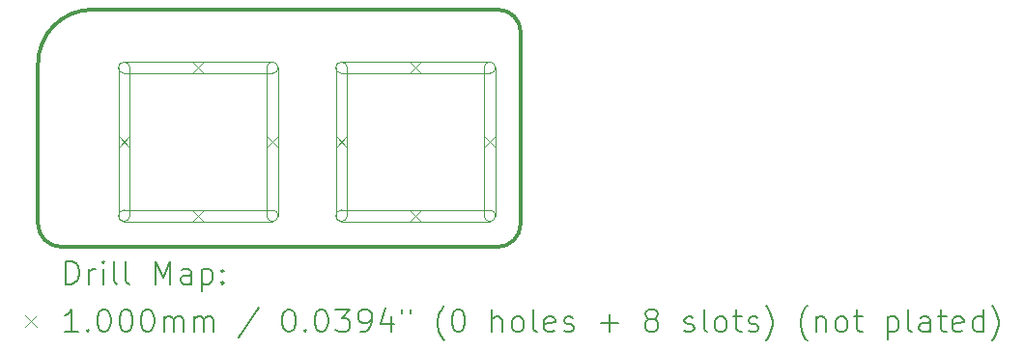
<source format=gbr>
%TF.GenerationSoftware,KiCad,Pcbnew,8.0.5*%
%TF.CreationDate,2024-09-18T07:39:20+09:00*%
%TF.ProjectId,SandyLP_Plate_Middle_Isolated_area,53616e64-794c-4505-9f50-6c6174655f4d,v.0*%
%TF.SameCoordinates,Original*%
%TF.FileFunction,Drillmap*%
%TF.FilePolarity,Positive*%
%FSLAX45Y45*%
G04 Gerber Fmt 4.5, Leading zero omitted, Abs format (unit mm)*
G04 Created by KiCad (PCBNEW 8.0.5) date 2024-09-18 07:39:20*
%MOMM*%
%LPD*%
G01*
G04 APERTURE LIST*
%ADD10C,0.300000*%
%ADD11C,0.200000*%
%ADD12C,0.100000*%
G04 APERTURE END LIST*
D10*
X2607094Y-5683607D02*
X2607094Y-4278149D01*
X2807093Y-5883607D02*
X6635843Y-5885028D01*
X3083343Y-3801899D02*
X6636843Y-3801899D01*
X6835843Y-5685028D02*
X6836843Y-4001899D01*
X2607094Y-4278149D02*
G75*
G02*
X3083343Y-3801899I476250J0D01*
G01*
X2807093Y-5883607D02*
G75*
G02*
X2607094Y-5683607I0J200000D01*
G01*
X6636843Y-3801899D02*
G75*
G02*
X6836843Y-4001899I4J-199996D01*
G01*
X6835843Y-5685028D02*
G75*
G02*
X6635843Y-5885028I-200000J0D01*
G01*
D11*
D12*
X3310843Y-4912528D02*
X3410843Y-5012528D01*
X3410843Y-4912528D02*
X3310843Y-5012528D01*
X3410843Y-5612528D02*
X3410843Y-4312528D01*
X3310843Y-4312528D02*
G75*
G02*
X3410843Y-4312528I50000J0D01*
G01*
X3310843Y-4312528D02*
X3310843Y-5612528D01*
X3310843Y-5612528D02*
G75*
G03*
X3410843Y-5612528I50000J0D01*
G01*
X3960843Y-4262528D02*
X4060843Y-4362528D01*
X4060843Y-4262528D02*
X3960843Y-4362528D01*
X3360843Y-4362528D02*
X4660844Y-4362528D01*
X4660844Y-4262528D02*
G75*
G02*
X4660844Y-4362528I0J-50000D01*
G01*
X4660844Y-4262528D02*
X3360843Y-4262528D01*
X3360843Y-4262528D02*
G75*
G03*
X3360843Y-4362528I0J-50000D01*
G01*
X3960843Y-5562528D02*
X4060843Y-5662528D01*
X4060843Y-5562528D02*
X3960843Y-5662528D01*
X3360843Y-5662528D02*
X4660844Y-5662528D01*
X4660844Y-5562528D02*
G75*
G02*
X4660844Y-5662528I0J-50000D01*
G01*
X4660844Y-5562528D02*
X3360843Y-5562528D01*
X3360843Y-5562528D02*
G75*
G03*
X3360843Y-5662528I0J-50000D01*
G01*
X4610844Y-4912528D02*
X4710844Y-5012528D01*
X4710844Y-4912528D02*
X4610844Y-5012528D01*
X4710844Y-5612528D02*
X4710844Y-4312528D01*
X4610844Y-4312528D02*
G75*
G02*
X4710844Y-4312528I50000J0D01*
G01*
X4610844Y-4312528D02*
X4610844Y-5612528D01*
X4610844Y-5612528D02*
G75*
G03*
X4710844Y-5612528I50000J0D01*
G01*
X5215844Y-4912528D02*
X5315844Y-5012528D01*
X5315844Y-4912528D02*
X5215844Y-5012528D01*
X5315844Y-5612528D02*
X5315844Y-4312528D01*
X5215844Y-4312528D02*
G75*
G02*
X5315844Y-4312528I50000J0D01*
G01*
X5215844Y-4312528D02*
X5215844Y-5612528D01*
X5215844Y-5612528D02*
G75*
G03*
X5315844Y-5612528I50000J0D01*
G01*
X5865843Y-4262528D02*
X5965843Y-4362528D01*
X5965843Y-4262528D02*
X5865843Y-4362528D01*
X5265844Y-4362528D02*
X6565843Y-4362528D01*
X6565843Y-4262528D02*
G75*
G02*
X6565843Y-4362528I0J-50000D01*
G01*
X6565843Y-4262528D02*
X5265844Y-4262528D01*
X5265844Y-4262528D02*
G75*
G03*
X5265844Y-4362528I0J-50000D01*
G01*
X5865843Y-5562528D02*
X5965843Y-5662528D01*
X5965843Y-5562528D02*
X5865843Y-5662528D01*
X5265844Y-5662528D02*
X6565843Y-5662528D01*
X6565843Y-5562528D02*
G75*
G02*
X6565843Y-5662528I0J-50000D01*
G01*
X6565843Y-5562528D02*
X5265844Y-5562528D01*
X5265844Y-5562528D02*
G75*
G03*
X5265844Y-5662528I0J-50000D01*
G01*
X6515843Y-4912528D02*
X6615843Y-5012528D01*
X6615843Y-4912528D02*
X6515843Y-5012528D01*
X6615843Y-5612528D02*
X6615843Y-4312528D01*
X6515843Y-4312528D02*
G75*
G02*
X6615843Y-4312528I50000J0D01*
G01*
X6515843Y-4312528D02*
X6515843Y-5612528D01*
X6515843Y-5612528D02*
G75*
G03*
X6615843Y-5612528I50000J0D01*
G01*
D11*
X2852870Y-6211512D02*
X2852870Y-6011512D01*
X2852870Y-6011512D02*
X2900489Y-6011512D01*
X2900489Y-6011512D02*
X2929061Y-6021036D01*
X2929061Y-6021036D02*
X2948108Y-6040083D01*
X2948108Y-6040083D02*
X2957632Y-6059131D01*
X2957632Y-6059131D02*
X2967156Y-6097226D01*
X2967156Y-6097226D02*
X2967156Y-6125797D01*
X2967156Y-6125797D02*
X2957632Y-6163893D01*
X2957632Y-6163893D02*
X2948108Y-6182940D01*
X2948108Y-6182940D02*
X2929061Y-6201988D01*
X2929061Y-6201988D02*
X2900489Y-6211512D01*
X2900489Y-6211512D02*
X2852870Y-6211512D01*
X3052870Y-6211512D02*
X3052870Y-6078178D01*
X3052870Y-6116274D02*
X3062394Y-6097226D01*
X3062394Y-6097226D02*
X3071918Y-6087702D01*
X3071918Y-6087702D02*
X3090965Y-6078178D01*
X3090965Y-6078178D02*
X3110013Y-6078178D01*
X3176680Y-6211512D02*
X3176680Y-6078178D01*
X3176680Y-6011512D02*
X3167156Y-6021036D01*
X3167156Y-6021036D02*
X3176680Y-6030559D01*
X3176680Y-6030559D02*
X3186204Y-6021036D01*
X3186204Y-6021036D02*
X3176680Y-6011512D01*
X3176680Y-6011512D02*
X3176680Y-6030559D01*
X3300489Y-6211512D02*
X3281442Y-6201988D01*
X3281442Y-6201988D02*
X3271918Y-6182940D01*
X3271918Y-6182940D02*
X3271918Y-6011512D01*
X3405251Y-6211512D02*
X3386204Y-6201988D01*
X3386204Y-6201988D02*
X3376680Y-6182940D01*
X3376680Y-6182940D02*
X3376680Y-6011512D01*
X3633823Y-6211512D02*
X3633823Y-6011512D01*
X3633823Y-6011512D02*
X3700489Y-6154369D01*
X3700489Y-6154369D02*
X3767156Y-6011512D01*
X3767156Y-6011512D02*
X3767156Y-6211512D01*
X3948108Y-6211512D02*
X3948108Y-6106750D01*
X3948108Y-6106750D02*
X3938585Y-6087702D01*
X3938585Y-6087702D02*
X3919537Y-6078178D01*
X3919537Y-6078178D02*
X3881442Y-6078178D01*
X3881442Y-6078178D02*
X3862394Y-6087702D01*
X3948108Y-6201988D02*
X3929061Y-6211512D01*
X3929061Y-6211512D02*
X3881442Y-6211512D01*
X3881442Y-6211512D02*
X3862394Y-6201988D01*
X3862394Y-6201988D02*
X3852870Y-6182940D01*
X3852870Y-6182940D02*
X3852870Y-6163893D01*
X3852870Y-6163893D02*
X3862394Y-6144845D01*
X3862394Y-6144845D02*
X3881442Y-6135321D01*
X3881442Y-6135321D02*
X3929061Y-6135321D01*
X3929061Y-6135321D02*
X3948108Y-6125797D01*
X4043346Y-6078178D02*
X4043346Y-6278178D01*
X4043346Y-6087702D02*
X4062394Y-6078178D01*
X4062394Y-6078178D02*
X4100489Y-6078178D01*
X4100489Y-6078178D02*
X4119537Y-6087702D01*
X4119537Y-6087702D02*
X4129061Y-6097226D01*
X4129061Y-6097226D02*
X4138585Y-6116274D01*
X4138585Y-6116274D02*
X4138585Y-6173416D01*
X4138585Y-6173416D02*
X4129061Y-6192464D01*
X4129061Y-6192464D02*
X4119537Y-6201988D01*
X4119537Y-6201988D02*
X4100489Y-6211512D01*
X4100489Y-6211512D02*
X4062394Y-6211512D01*
X4062394Y-6211512D02*
X4043346Y-6201988D01*
X4224299Y-6192464D02*
X4233823Y-6201988D01*
X4233823Y-6201988D02*
X4224299Y-6211512D01*
X4224299Y-6211512D02*
X4214775Y-6201988D01*
X4214775Y-6201988D02*
X4224299Y-6192464D01*
X4224299Y-6192464D02*
X4224299Y-6211512D01*
X4224299Y-6087702D02*
X4233823Y-6097226D01*
X4233823Y-6097226D02*
X4224299Y-6106750D01*
X4224299Y-6106750D02*
X4214775Y-6097226D01*
X4214775Y-6097226D02*
X4224299Y-6087702D01*
X4224299Y-6087702D02*
X4224299Y-6106750D01*
D12*
X2492094Y-6490028D02*
X2592094Y-6590028D01*
X2592094Y-6490028D02*
X2492094Y-6590028D01*
D11*
X2957632Y-6631512D02*
X2843346Y-6631512D01*
X2900489Y-6631512D02*
X2900489Y-6431512D01*
X2900489Y-6431512D02*
X2881442Y-6460083D01*
X2881442Y-6460083D02*
X2862394Y-6479131D01*
X2862394Y-6479131D02*
X2843346Y-6488655D01*
X3043346Y-6612464D02*
X3052870Y-6621988D01*
X3052870Y-6621988D02*
X3043346Y-6631512D01*
X3043346Y-6631512D02*
X3033823Y-6621988D01*
X3033823Y-6621988D02*
X3043346Y-6612464D01*
X3043346Y-6612464D02*
X3043346Y-6631512D01*
X3176680Y-6431512D02*
X3195727Y-6431512D01*
X3195727Y-6431512D02*
X3214775Y-6441036D01*
X3214775Y-6441036D02*
X3224299Y-6450559D01*
X3224299Y-6450559D02*
X3233823Y-6469607D01*
X3233823Y-6469607D02*
X3243346Y-6507702D01*
X3243346Y-6507702D02*
X3243346Y-6555321D01*
X3243346Y-6555321D02*
X3233823Y-6593416D01*
X3233823Y-6593416D02*
X3224299Y-6612464D01*
X3224299Y-6612464D02*
X3214775Y-6621988D01*
X3214775Y-6621988D02*
X3195727Y-6631512D01*
X3195727Y-6631512D02*
X3176680Y-6631512D01*
X3176680Y-6631512D02*
X3157632Y-6621988D01*
X3157632Y-6621988D02*
X3148108Y-6612464D01*
X3148108Y-6612464D02*
X3138585Y-6593416D01*
X3138585Y-6593416D02*
X3129061Y-6555321D01*
X3129061Y-6555321D02*
X3129061Y-6507702D01*
X3129061Y-6507702D02*
X3138585Y-6469607D01*
X3138585Y-6469607D02*
X3148108Y-6450559D01*
X3148108Y-6450559D02*
X3157632Y-6441036D01*
X3157632Y-6441036D02*
X3176680Y-6431512D01*
X3367156Y-6431512D02*
X3386204Y-6431512D01*
X3386204Y-6431512D02*
X3405251Y-6441036D01*
X3405251Y-6441036D02*
X3414775Y-6450559D01*
X3414775Y-6450559D02*
X3424299Y-6469607D01*
X3424299Y-6469607D02*
X3433823Y-6507702D01*
X3433823Y-6507702D02*
X3433823Y-6555321D01*
X3433823Y-6555321D02*
X3424299Y-6593416D01*
X3424299Y-6593416D02*
X3414775Y-6612464D01*
X3414775Y-6612464D02*
X3405251Y-6621988D01*
X3405251Y-6621988D02*
X3386204Y-6631512D01*
X3386204Y-6631512D02*
X3367156Y-6631512D01*
X3367156Y-6631512D02*
X3348108Y-6621988D01*
X3348108Y-6621988D02*
X3338585Y-6612464D01*
X3338585Y-6612464D02*
X3329061Y-6593416D01*
X3329061Y-6593416D02*
X3319537Y-6555321D01*
X3319537Y-6555321D02*
X3319537Y-6507702D01*
X3319537Y-6507702D02*
X3329061Y-6469607D01*
X3329061Y-6469607D02*
X3338585Y-6450559D01*
X3338585Y-6450559D02*
X3348108Y-6441036D01*
X3348108Y-6441036D02*
X3367156Y-6431512D01*
X3557632Y-6431512D02*
X3576680Y-6431512D01*
X3576680Y-6431512D02*
X3595727Y-6441036D01*
X3595727Y-6441036D02*
X3605251Y-6450559D01*
X3605251Y-6450559D02*
X3614775Y-6469607D01*
X3614775Y-6469607D02*
X3624299Y-6507702D01*
X3624299Y-6507702D02*
X3624299Y-6555321D01*
X3624299Y-6555321D02*
X3614775Y-6593416D01*
X3614775Y-6593416D02*
X3605251Y-6612464D01*
X3605251Y-6612464D02*
X3595727Y-6621988D01*
X3595727Y-6621988D02*
X3576680Y-6631512D01*
X3576680Y-6631512D02*
X3557632Y-6631512D01*
X3557632Y-6631512D02*
X3538585Y-6621988D01*
X3538585Y-6621988D02*
X3529061Y-6612464D01*
X3529061Y-6612464D02*
X3519537Y-6593416D01*
X3519537Y-6593416D02*
X3510013Y-6555321D01*
X3510013Y-6555321D02*
X3510013Y-6507702D01*
X3510013Y-6507702D02*
X3519537Y-6469607D01*
X3519537Y-6469607D02*
X3529061Y-6450559D01*
X3529061Y-6450559D02*
X3538585Y-6441036D01*
X3538585Y-6441036D02*
X3557632Y-6431512D01*
X3710013Y-6631512D02*
X3710013Y-6498178D01*
X3710013Y-6517226D02*
X3719537Y-6507702D01*
X3719537Y-6507702D02*
X3738585Y-6498178D01*
X3738585Y-6498178D02*
X3767156Y-6498178D01*
X3767156Y-6498178D02*
X3786204Y-6507702D01*
X3786204Y-6507702D02*
X3795727Y-6526750D01*
X3795727Y-6526750D02*
X3795727Y-6631512D01*
X3795727Y-6526750D02*
X3805251Y-6507702D01*
X3805251Y-6507702D02*
X3824299Y-6498178D01*
X3824299Y-6498178D02*
X3852870Y-6498178D01*
X3852870Y-6498178D02*
X3871918Y-6507702D01*
X3871918Y-6507702D02*
X3881442Y-6526750D01*
X3881442Y-6526750D02*
X3881442Y-6631512D01*
X3976680Y-6631512D02*
X3976680Y-6498178D01*
X3976680Y-6517226D02*
X3986204Y-6507702D01*
X3986204Y-6507702D02*
X4005251Y-6498178D01*
X4005251Y-6498178D02*
X4033823Y-6498178D01*
X4033823Y-6498178D02*
X4052870Y-6507702D01*
X4052870Y-6507702D02*
X4062394Y-6526750D01*
X4062394Y-6526750D02*
X4062394Y-6631512D01*
X4062394Y-6526750D02*
X4071918Y-6507702D01*
X4071918Y-6507702D02*
X4090966Y-6498178D01*
X4090966Y-6498178D02*
X4119537Y-6498178D01*
X4119537Y-6498178D02*
X4138585Y-6507702D01*
X4138585Y-6507702D02*
X4148108Y-6526750D01*
X4148108Y-6526750D02*
X4148108Y-6631512D01*
X4538585Y-6421988D02*
X4367156Y-6679131D01*
X4795728Y-6431512D02*
X4814775Y-6431512D01*
X4814775Y-6431512D02*
X4833823Y-6441036D01*
X4833823Y-6441036D02*
X4843347Y-6450559D01*
X4843347Y-6450559D02*
X4852871Y-6469607D01*
X4852871Y-6469607D02*
X4862394Y-6507702D01*
X4862394Y-6507702D02*
X4862394Y-6555321D01*
X4862394Y-6555321D02*
X4852871Y-6593416D01*
X4852871Y-6593416D02*
X4843347Y-6612464D01*
X4843347Y-6612464D02*
X4833823Y-6621988D01*
X4833823Y-6621988D02*
X4814775Y-6631512D01*
X4814775Y-6631512D02*
X4795728Y-6631512D01*
X4795728Y-6631512D02*
X4776680Y-6621988D01*
X4776680Y-6621988D02*
X4767156Y-6612464D01*
X4767156Y-6612464D02*
X4757632Y-6593416D01*
X4757632Y-6593416D02*
X4748109Y-6555321D01*
X4748109Y-6555321D02*
X4748109Y-6507702D01*
X4748109Y-6507702D02*
X4757632Y-6469607D01*
X4757632Y-6469607D02*
X4767156Y-6450559D01*
X4767156Y-6450559D02*
X4776680Y-6441036D01*
X4776680Y-6441036D02*
X4795728Y-6431512D01*
X4948109Y-6612464D02*
X4957632Y-6621988D01*
X4957632Y-6621988D02*
X4948109Y-6631512D01*
X4948109Y-6631512D02*
X4938585Y-6621988D01*
X4938585Y-6621988D02*
X4948109Y-6612464D01*
X4948109Y-6612464D02*
X4948109Y-6631512D01*
X5081442Y-6431512D02*
X5100490Y-6431512D01*
X5100490Y-6431512D02*
X5119537Y-6441036D01*
X5119537Y-6441036D02*
X5129061Y-6450559D01*
X5129061Y-6450559D02*
X5138585Y-6469607D01*
X5138585Y-6469607D02*
X5148109Y-6507702D01*
X5148109Y-6507702D02*
X5148109Y-6555321D01*
X5148109Y-6555321D02*
X5138585Y-6593416D01*
X5138585Y-6593416D02*
X5129061Y-6612464D01*
X5129061Y-6612464D02*
X5119537Y-6621988D01*
X5119537Y-6621988D02*
X5100490Y-6631512D01*
X5100490Y-6631512D02*
X5081442Y-6631512D01*
X5081442Y-6631512D02*
X5062394Y-6621988D01*
X5062394Y-6621988D02*
X5052871Y-6612464D01*
X5052871Y-6612464D02*
X5043347Y-6593416D01*
X5043347Y-6593416D02*
X5033823Y-6555321D01*
X5033823Y-6555321D02*
X5033823Y-6507702D01*
X5033823Y-6507702D02*
X5043347Y-6469607D01*
X5043347Y-6469607D02*
X5052871Y-6450559D01*
X5052871Y-6450559D02*
X5062394Y-6441036D01*
X5062394Y-6441036D02*
X5081442Y-6431512D01*
X5214775Y-6431512D02*
X5338585Y-6431512D01*
X5338585Y-6431512D02*
X5271918Y-6507702D01*
X5271918Y-6507702D02*
X5300490Y-6507702D01*
X5300490Y-6507702D02*
X5319537Y-6517226D01*
X5319537Y-6517226D02*
X5329061Y-6526750D01*
X5329061Y-6526750D02*
X5338585Y-6545797D01*
X5338585Y-6545797D02*
X5338585Y-6593416D01*
X5338585Y-6593416D02*
X5329061Y-6612464D01*
X5329061Y-6612464D02*
X5319537Y-6621988D01*
X5319537Y-6621988D02*
X5300490Y-6631512D01*
X5300490Y-6631512D02*
X5243347Y-6631512D01*
X5243347Y-6631512D02*
X5224299Y-6621988D01*
X5224299Y-6621988D02*
X5214775Y-6612464D01*
X5433823Y-6631512D02*
X5471918Y-6631512D01*
X5471918Y-6631512D02*
X5490966Y-6621988D01*
X5490966Y-6621988D02*
X5500490Y-6612464D01*
X5500490Y-6612464D02*
X5519537Y-6583893D01*
X5519537Y-6583893D02*
X5529061Y-6545797D01*
X5529061Y-6545797D02*
X5529061Y-6469607D01*
X5529061Y-6469607D02*
X5519537Y-6450559D01*
X5519537Y-6450559D02*
X5510013Y-6441036D01*
X5510013Y-6441036D02*
X5490966Y-6431512D01*
X5490966Y-6431512D02*
X5452871Y-6431512D01*
X5452871Y-6431512D02*
X5433823Y-6441036D01*
X5433823Y-6441036D02*
X5424299Y-6450559D01*
X5424299Y-6450559D02*
X5414775Y-6469607D01*
X5414775Y-6469607D02*
X5414775Y-6517226D01*
X5414775Y-6517226D02*
X5424299Y-6536274D01*
X5424299Y-6536274D02*
X5433823Y-6545797D01*
X5433823Y-6545797D02*
X5452871Y-6555321D01*
X5452871Y-6555321D02*
X5490966Y-6555321D01*
X5490966Y-6555321D02*
X5510013Y-6545797D01*
X5510013Y-6545797D02*
X5519537Y-6536274D01*
X5519537Y-6536274D02*
X5529061Y-6517226D01*
X5700490Y-6498178D02*
X5700490Y-6631512D01*
X5652870Y-6421988D02*
X5605251Y-6564845D01*
X5605251Y-6564845D02*
X5729061Y-6564845D01*
X5795728Y-6431512D02*
X5795728Y-6469607D01*
X5871918Y-6431512D02*
X5871918Y-6469607D01*
X6167156Y-6707702D02*
X6157632Y-6698178D01*
X6157632Y-6698178D02*
X6138585Y-6669607D01*
X6138585Y-6669607D02*
X6129061Y-6650559D01*
X6129061Y-6650559D02*
X6119537Y-6621988D01*
X6119537Y-6621988D02*
X6110013Y-6574369D01*
X6110013Y-6574369D02*
X6110013Y-6536274D01*
X6110013Y-6536274D02*
X6119537Y-6488655D01*
X6119537Y-6488655D02*
X6129061Y-6460083D01*
X6129061Y-6460083D02*
X6138585Y-6441036D01*
X6138585Y-6441036D02*
X6157632Y-6412464D01*
X6157632Y-6412464D02*
X6167156Y-6402940D01*
X6281442Y-6431512D02*
X6300490Y-6431512D01*
X6300490Y-6431512D02*
X6319537Y-6441036D01*
X6319537Y-6441036D02*
X6329061Y-6450559D01*
X6329061Y-6450559D02*
X6338585Y-6469607D01*
X6338585Y-6469607D02*
X6348109Y-6507702D01*
X6348109Y-6507702D02*
X6348109Y-6555321D01*
X6348109Y-6555321D02*
X6338585Y-6593416D01*
X6338585Y-6593416D02*
X6329061Y-6612464D01*
X6329061Y-6612464D02*
X6319537Y-6621988D01*
X6319537Y-6621988D02*
X6300490Y-6631512D01*
X6300490Y-6631512D02*
X6281442Y-6631512D01*
X6281442Y-6631512D02*
X6262394Y-6621988D01*
X6262394Y-6621988D02*
X6252871Y-6612464D01*
X6252871Y-6612464D02*
X6243347Y-6593416D01*
X6243347Y-6593416D02*
X6233823Y-6555321D01*
X6233823Y-6555321D02*
X6233823Y-6507702D01*
X6233823Y-6507702D02*
X6243347Y-6469607D01*
X6243347Y-6469607D02*
X6252871Y-6450559D01*
X6252871Y-6450559D02*
X6262394Y-6441036D01*
X6262394Y-6441036D02*
X6281442Y-6431512D01*
X6586204Y-6631512D02*
X6586204Y-6431512D01*
X6671918Y-6631512D02*
X6671918Y-6526750D01*
X6671918Y-6526750D02*
X6662394Y-6507702D01*
X6662394Y-6507702D02*
X6643347Y-6498178D01*
X6643347Y-6498178D02*
X6614775Y-6498178D01*
X6614775Y-6498178D02*
X6595728Y-6507702D01*
X6595728Y-6507702D02*
X6586204Y-6517226D01*
X6795728Y-6631512D02*
X6776680Y-6621988D01*
X6776680Y-6621988D02*
X6767156Y-6612464D01*
X6767156Y-6612464D02*
X6757633Y-6593416D01*
X6757633Y-6593416D02*
X6757633Y-6536274D01*
X6757633Y-6536274D02*
X6767156Y-6517226D01*
X6767156Y-6517226D02*
X6776680Y-6507702D01*
X6776680Y-6507702D02*
X6795728Y-6498178D01*
X6795728Y-6498178D02*
X6824299Y-6498178D01*
X6824299Y-6498178D02*
X6843347Y-6507702D01*
X6843347Y-6507702D02*
X6852871Y-6517226D01*
X6852871Y-6517226D02*
X6862394Y-6536274D01*
X6862394Y-6536274D02*
X6862394Y-6593416D01*
X6862394Y-6593416D02*
X6852871Y-6612464D01*
X6852871Y-6612464D02*
X6843347Y-6621988D01*
X6843347Y-6621988D02*
X6824299Y-6631512D01*
X6824299Y-6631512D02*
X6795728Y-6631512D01*
X6976680Y-6631512D02*
X6957633Y-6621988D01*
X6957633Y-6621988D02*
X6948109Y-6602940D01*
X6948109Y-6602940D02*
X6948109Y-6431512D01*
X7129061Y-6621988D02*
X7110014Y-6631512D01*
X7110014Y-6631512D02*
X7071918Y-6631512D01*
X7071918Y-6631512D02*
X7052871Y-6621988D01*
X7052871Y-6621988D02*
X7043347Y-6602940D01*
X7043347Y-6602940D02*
X7043347Y-6526750D01*
X7043347Y-6526750D02*
X7052871Y-6507702D01*
X7052871Y-6507702D02*
X7071918Y-6498178D01*
X7071918Y-6498178D02*
X7110014Y-6498178D01*
X7110014Y-6498178D02*
X7129061Y-6507702D01*
X7129061Y-6507702D02*
X7138585Y-6526750D01*
X7138585Y-6526750D02*
X7138585Y-6545797D01*
X7138585Y-6545797D02*
X7043347Y-6564845D01*
X7214775Y-6621988D02*
X7233823Y-6631512D01*
X7233823Y-6631512D02*
X7271918Y-6631512D01*
X7271918Y-6631512D02*
X7290966Y-6621988D01*
X7290966Y-6621988D02*
X7300490Y-6602940D01*
X7300490Y-6602940D02*
X7300490Y-6593416D01*
X7300490Y-6593416D02*
X7290966Y-6574369D01*
X7290966Y-6574369D02*
X7271918Y-6564845D01*
X7271918Y-6564845D02*
X7243347Y-6564845D01*
X7243347Y-6564845D02*
X7224299Y-6555321D01*
X7224299Y-6555321D02*
X7214775Y-6536274D01*
X7214775Y-6536274D02*
X7214775Y-6526750D01*
X7214775Y-6526750D02*
X7224299Y-6507702D01*
X7224299Y-6507702D02*
X7243347Y-6498178D01*
X7243347Y-6498178D02*
X7271918Y-6498178D01*
X7271918Y-6498178D02*
X7290966Y-6507702D01*
X7538585Y-6555321D02*
X7690966Y-6555321D01*
X7614776Y-6631512D02*
X7614776Y-6479131D01*
X7967156Y-6517226D02*
X7948109Y-6507702D01*
X7948109Y-6507702D02*
X7938585Y-6498178D01*
X7938585Y-6498178D02*
X7929061Y-6479131D01*
X7929061Y-6479131D02*
X7929061Y-6469607D01*
X7929061Y-6469607D02*
X7938585Y-6450559D01*
X7938585Y-6450559D02*
X7948109Y-6441036D01*
X7948109Y-6441036D02*
X7967156Y-6431512D01*
X7967156Y-6431512D02*
X8005252Y-6431512D01*
X8005252Y-6431512D02*
X8024299Y-6441036D01*
X8024299Y-6441036D02*
X8033823Y-6450559D01*
X8033823Y-6450559D02*
X8043347Y-6469607D01*
X8043347Y-6469607D02*
X8043347Y-6479131D01*
X8043347Y-6479131D02*
X8033823Y-6498178D01*
X8033823Y-6498178D02*
X8024299Y-6507702D01*
X8024299Y-6507702D02*
X8005252Y-6517226D01*
X8005252Y-6517226D02*
X7967156Y-6517226D01*
X7967156Y-6517226D02*
X7948109Y-6526750D01*
X7948109Y-6526750D02*
X7938585Y-6536274D01*
X7938585Y-6536274D02*
X7929061Y-6555321D01*
X7929061Y-6555321D02*
X7929061Y-6593416D01*
X7929061Y-6593416D02*
X7938585Y-6612464D01*
X7938585Y-6612464D02*
X7948109Y-6621988D01*
X7948109Y-6621988D02*
X7967156Y-6631512D01*
X7967156Y-6631512D02*
X8005252Y-6631512D01*
X8005252Y-6631512D02*
X8024299Y-6621988D01*
X8024299Y-6621988D02*
X8033823Y-6612464D01*
X8033823Y-6612464D02*
X8043347Y-6593416D01*
X8043347Y-6593416D02*
X8043347Y-6555321D01*
X8043347Y-6555321D02*
X8033823Y-6536274D01*
X8033823Y-6536274D02*
X8024299Y-6526750D01*
X8024299Y-6526750D02*
X8005252Y-6517226D01*
X8271918Y-6621988D02*
X8290966Y-6631512D01*
X8290966Y-6631512D02*
X8329061Y-6631512D01*
X8329061Y-6631512D02*
X8348109Y-6621988D01*
X8348109Y-6621988D02*
X8357633Y-6602940D01*
X8357633Y-6602940D02*
X8357633Y-6593416D01*
X8357633Y-6593416D02*
X8348109Y-6574369D01*
X8348109Y-6574369D02*
X8329061Y-6564845D01*
X8329061Y-6564845D02*
X8300490Y-6564845D01*
X8300490Y-6564845D02*
X8281442Y-6555321D01*
X8281442Y-6555321D02*
X8271918Y-6536274D01*
X8271918Y-6536274D02*
X8271918Y-6526750D01*
X8271918Y-6526750D02*
X8281442Y-6507702D01*
X8281442Y-6507702D02*
X8300490Y-6498178D01*
X8300490Y-6498178D02*
X8329061Y-6498178D01*
X8329061Y-6498178D02*
X8348109Y-6507702D01*
X8471919Y-6631512D02*
X8452871Y-6621988D01*
X8452871Y-6621988D02*
X8443347Y-6602940D01*
X8443347Y-6602940D02*
X8443347Y-6431512D01*
X8576680Y-6631512D02*
X8557633Y-6621988D01*
X8557633Y-6621988D02*
X8548109Y-6612464D01*
X8548109Y-6612464D02*
X8538585Y-6593416D01*
X8538585Y-6593416D02*
X8538585Y-6536274D01*
X8538585Y-6536274D02*
X8548109Y-6517226D01*
X8548109Y-6517226D02*
X8557633Y-6507702D01*
X8557633Y-6507702D02*
X8576680Y-6498178D01*
X8576680Y-6498178D02*
X8605252Y-6498178D01*
X8605252Y-6498178D02*
X8624300Y-6507702D01*
X8624300Y-6507702D02*
X8633823Y-6517226D01*
X8633823Y-6517226D02*
X8643347Y-6536274D01*
X8643347Y-6536274D02*
X8643347Y-6593416D01*
X8643347Y-6593416D02*
X8633823Y-6612464D01*
X8633823Y-6612464D02*
X8624300Y-6621988D01*
X8624300Y-6621988D02*
X8605252Y-6631512D01*
X8605252Y-6631512D02*
X8576680Y-6631512D01*
X8700490Y-6498178D02*
X8776680Y-6498178D01*
X8729061Y-6431512D02*
X8729061Y-6602940D01*
X8729061Y-6602940D02*
X8738585Y-6621988D01*
X8738585Y-6621988D02*
X8757633Y-6631512D01*
X8757633Y-6631512D02*
X8776680Y-6631512D01*
X8833823Y-6621988D02*
X8852871Y-6631512D01*
X8852871Y-6631512D02*
X8890966Y-6631512D01*
X8890966Y-6631512D02*
X8910014Y-6621988D01*
X8910014Y-6621988D02*
X8919538Y-6602940D01*
X8919538Y-6602940D02*
X8919538Y-6593416D01*
X8919538Y-6593416D02*
X8910014Y-6574369D01*
X8910014Y-6574369D02*
X8890966Y-6564845D01*
X8890966Y-6564845D02*
X8862395Y-6564845D01*
X8862395Y-6564845D02*
X8843347Y-6555321D01*
X8843347Y-6555321D02*
X8833823Y-6536274D01*
X8833823Y-6536274D02*
X8833823Y-6526750D01*
X8833823Y-6526750D02*
X8843347Y-6507702D01*
X8843347Y-6507702D02*
X8862395Y-6498178D01*
X8862395Y-6498178D02*
X8890966Y-6498178D01*
X8890966Y-6498178D02*
X8910014Y-6507702D01*
X8986204Y-6707702D02*
X8995728Y-6698178D01*
X8995728Y-6698178D02*
X9014776Y-6669607D01*
X9014776Y-6669607D02*
X9024300Y-6650559D01*
X9024300Y-6650559D02*
X9033823Y-6621988D01*
X9033823Y-6621988D02*
X9043347Y-6574369D01*
X9043347Y-6574369D02*
X9043347Y-6536274D01*
X9043347Y-6536274D02*
X9033823Y-6488655D01*
X9033823Y-6488655D02*
X9024300Y-6460083D01*
X9024300Y-6460083D02*
X9014776Y-6441036D01*
X9014776Y-6441036D02*
X8995728Y-6412464D01*
X8995728Y-6412464D02*
X8986204Y-6402940D01*
X9348109Y-6707702D02*
X9338585Y-6698178D01*
X9338585Y-6698178D02*
X9319538Y-6669607D01*
X9319538Y-6669607D02*
X9310014Y-6650559D01*
X9310014Y-6650559D02*
X9300490Y-6621988D01*
X9300490Y-6621988D02*
X9290966Y-6574369D01*
X9290966Y-6574369D02*
X9290966Y-6536274D01*
X9290966Y-6536274D02*
X9300490Y-6488655D01*
X9300490Y-6488655D02*
X9310014Y-6460083D01*
X9310014Y-6460083D02*
X9319538Y-6441036D01*
X9319538Y-6441036D02*
X9338585Y-6412464D01*
X9338585Y-6412464D02*
X9348109Y-6402940D01*
X9424300Y-6498178D02*
X9424300Y-6631512D01*
X9424300Y-6517226D02*
X9433823Y-6507702D01*
X9433823Y-6507702D02*
X9452871Y-6498178D01*
X9452871Y-6498178D02*
X9481442Y-6498178D01*
X9481442Y-6498178D02*
X9500490Y-6507702D01*
X9500490Y-6507702D02*
X9510014Y-6526750D01*
X9510014Y-6526750D02*
X9510014Y-6631512D01*
X9633823Y-6631512D02*
X9614776Y-6621988D01*
X9614776Y-6621988D02*
X9605252Y-6612464D01*
X9605252Y-6612464D02*
X9595728Y-6593416D01*
X9595728Y-6593416D02*
X9595728Y-6536274D01*
X9595728Y-6536274D02*
X9605252Y-6517226D01*
X9605252Y-6517226D02*
X9614776Y-6507702D01*
X9614776Y-6507702D02*
X9633823Y-6498178D01*
X9633823Y-6498178D02*
X9662395Y-6498178D01*
X9662395Y-6498178D02*
X9681442Y-6507702D01*
X9681442Y-6507702D02*
X9690966Y-6517226D01*
X9690966Y-6517226D02*
X9700490Y-6536274D01*
X9700490Y-6536274D02*
X9700490Y-6593416D01*
X9700490Y-6593416D02*
X9690966Y-6612464D01*
X9690966Y-6612464D02*
X9681442Y-6621988D01*
X9681442Y-6621988D02*
X9662395Y-6631512D01*
X9662395Y-6631512D02*
X9633823Y-6631512D01*
X9757633Y-6498178D02*
X9833823Y-6498178D01*
X9786204Y-6431512D02*
X9786204Y-6602940D01*
X9786204Y-6602940D02*
X9795728Y-6621988D01*
X9795728Y-6621988D02*
X9814776Y-6631512D01*
X9814776Y-6631512D02*
X9833823Y-6631512D01*
X10052871Y-6498178D02*
X10052871Y-6698178D01*
X10052871Y-6507702D02*
X10071919Y-6498178D01*
X10071919Y-6498178D02*
X10110014Y-6498178D01*
X10110014Y-6498178D02*
X10129062Y-6507702D01*
X10129062Y-6507702D02*
X10138585Y-6517226D01*
X10138585Y-6517226D02*
X10148109Y-6536274D01*
X10148109Y-6536274D02*
X10148109Y-6593416D01*
X10148109Y-6593416D02*
X10138585Y-6612464D01*
X10138585Y-6612464D02*
X10129062Y-6621988D01*
X10129062Y-6621988D02*
X10110014Y-6631512D01*
X10110014Y-6631512D02*
X10071919Y-6631512D01*
X10071919Y-6631512D02*
X10052871Y-6621988D01*
X10262395Y-6631512D02*
X10243347Y-6621988D01*
X10243347Y-6621988D02*
X10233823Y-6602940D01*
X10233823Y-6602940D02*
X10233823Y-6431512D01*
X10424300Y-6631512D02*
X10424300Y-6526750D01*
X10424300Y-6526750D02*
X10414776Y-6507702D01*
X10414776Y-6507702D02*
X10395728Y-6498178D01*
X10395728Y-6498178D02*
X10357633Y-6498178D01*
X10357633Y-6498178D02*
X10338585Y-6507702D01*
X10424300Y-6621988D02*
X10405252Y-6631512D01*
X10405252Y-6631512D02*
X10357633Y-6631512D01*
X10357633Y-6631512D02*
X10338585Y-6621988D01*
X10338585Y-6621988D02*
X10329062Y-6602940D01*
X10329062Y-6602940D02*
X10329062Y-6583893D01*
X10329062Y-6583893D02*
X10338585Y-6564845D01*
X10338585Y-6564845D02*
X10357633Y-6555321D01*
X10357633Y-6555321D02*
X10405252Y-6555321D01*
X10405252Y-6555321D02*
X10424300Y-6545797D01*
X10490966Y-6498178D02*
X10567157Y-6498178D01*
X10519538Y-6431512D02*
X10519538Y-6602940D01*
X10519538Y-6602940D02*
X10529062Y-6621988D01*
X10529062Y-6621988D02*
X10548109Y-6631512D01*
X10548109Y-6631512D02*
X10567157Y-6631512D01*
X10710014Y-6621988D02*
X10690966Y-6631512D01*
X10690966Y-6631512D02*
X10652871Y-6631512D01*
X10652871Y-6631512D02*
X10633823Y-6621988D01*
X10633823Y-6621988D02*
X10624300Y-6602940D01*
X10624300Y-6602940D02*
X10624300Y-6526750D01*
X10624300Y-6526750D02*
X10633823Y-6507702D01*
X10633823Y-6507702D02*
X10652871Y-6498178D01*
X10652871Y-6498178D02*
X10690966Y-6498178D01*
X10690966Y-6498178D02*
X10710014Y-6507702D01*
X10710014Y-6507702D02*
X10719538Y-6526750D01*
X10719538Y-6526750D02*
X10719538Y-6545797D01*
X10719538Y-6545797D02*
X10624300Y-6564845D01*
X10890966Y-6631512D02*
X10890966Y-6431512D01*
X10890966Y-6621988D02*
X10871919Y-6631512D01*
X10871919Y-6631512D02*
X10833823Y-6631512D01*
X10833823Y-6631512D02*
X10814776Y-6621988D01*
X10814776Y-6621988D02*
X10805252Y-6612464D01*
X10805252Y-6612464D02*
X10795728Y-6593416D01*
X10795728Y-6593416D02*
X10795728Y-6536274D01*
X10795728Y-6536274D02*
X10805252Y-6517226D01*
X10805252Y-6517226D02*
X10814776Y-6507702D01*
X10814776Y-6507702D02*
X10833823Y-6498178D01*
X10833823Y-6498178D02*
X10871919Y-6498178D01*
X10871919Y-6498178D02*
X10890966Y-6507702D01*
X10967157Y-6707702D02*
X10976681Y-6698178D01*
X10976681Y-6698178D02*
X10995728Y-6669607D01*
X10995728Y-6669607D02*
X11005252Y-6650559D01*
X11005252Y-6650559D02*
X11014776Y-6621988D01*
X11014776Y-6621988D02*
X11024300Y-6574369D01*
X11024300Y-6574369D02*
X11024300Y-6536274D01*
X11024300Y-6536274D02*
X11014776Y-6488655D01*
X11014776Y-6488655D02*
X11005252Y-6460083D01*
X11005252Y-6460083D02*
X10995728Y-6441036D01*
X10995728Y-6441036D02*
X10976681Y-6412464D01*
X10976681Y-6412464D02*
X10967157Y-6402940D01*
M02*

</source>
